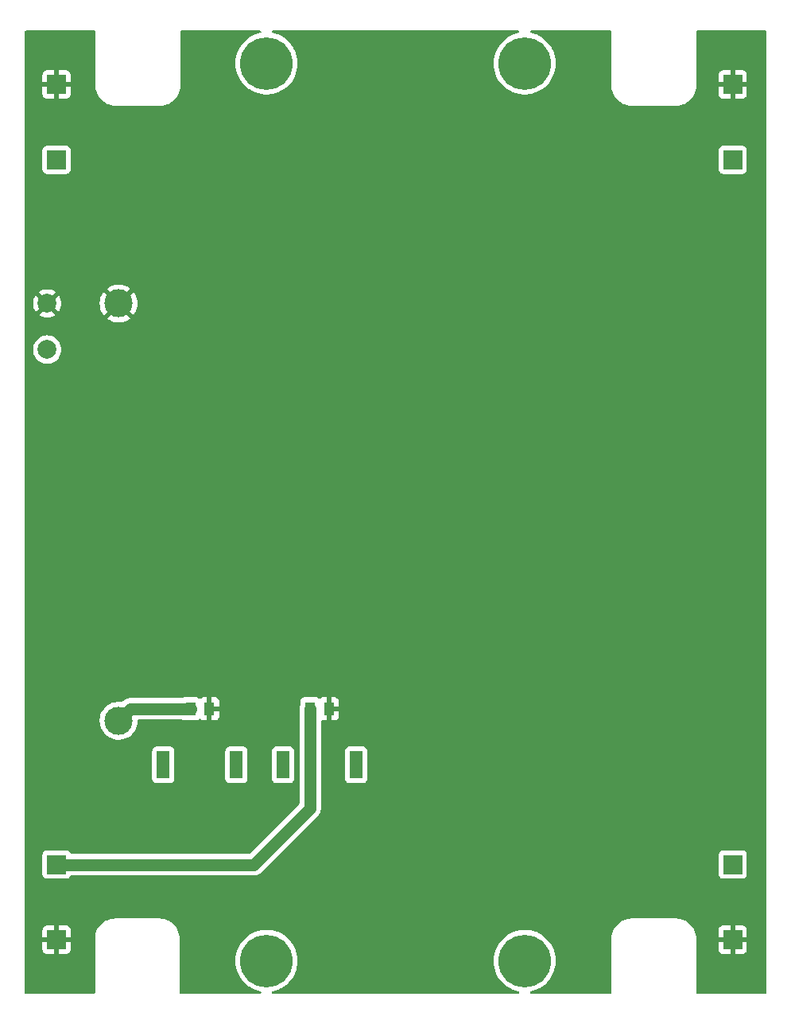
<source format=gbl>
G04 #@! TF.GenerationSoftware,KiCad,Pcbnew,(6.0.5-0)*
G04 #@! TF.CreationDate,2022-12-26T00:23:02-05:00*
G04 #@! TF.ProjectId,solar-cell-pcbs-burn-wire-vertical,736f6c61-722d-4636-956c-6c2d70636273,rev?*
G04 #@! TF.SameCoordinates,Original*
G04 #@! TF.FileFunction,Copper,L2,Bot*
G04 #@! TF.FilePolarity,Positive*
%FSLAX46Y46*%
G04 Gerber Fmt 4.6, Leading zero omitted, Abs format (unit mm)*
G04 Created by KiCad (PCBNEW (6.0.5-0)) date 2022-12-26 00:23:02*
%MOMM*%
%LPD*%
G01*
G04 APERTURE LIST*
G04 #@! TA.AperFunction,ComponentPad*
%ADD10R,2.000000X2.000000*%
G04 #@! TD*
G04 #@! TA.AperFunction,ComponentPad*
%ADD11C,2.000000*%
G04 #@! TD*
G04 #@! TA.AperFunction,ComponentPad*
%ADD12C,5.600000*%
G04 #@! TD*
G04 #@! TA.AperFunction,ComponentPad*
%ADD13C,3.000000*%
G04 #@! TD*
G04 #@! TA.AperFunction,SMDPad,CuDef*
%ADD14R,1.100000X1.450000*%
G04 #@! TD*
G04 #@! TA.AperFunction,SMDPad,CuDef*
%ADD15R,1.350000X2.899999*%
G04 #@! TD*
G04 #@! TA.AperFunction,ViaPad*
%ADD16C,0.800000*%
G04 #@! TD*
G04 #@! TA.AperFunction,Conductor*
%ADD17C,1.270000*%
G04 #@! TD*
G04 APERTURE END LIST*
D10*
X148000000Y-128000000D03*
D11*
X75000000Y-73200000D03*
D12*
X98350000Y-138250000D03*
D10*
X76000000Y-136000000D03*
D13*
X82600000Y-112700000D03*
D10*
X148000000Y-45000000D03*
D12*
X125850000Y-138250000D03*
D10*
X76000000Y-53000000D03*
D12*
X125850000Y-42750000D03*
D10*
X76000000Y-45000000D03*
X76000000Y-128000000D03*
D11*
X75000000Y-68300000D03*
D13*
X82600000Y-68300000D03*
D12*
X98350000Y-42750000D03*
D10*
X148000000Y-53000000D03*
X148000000Y-136000000D03*
D14*
X92253500Y-111425001D03*
X90253499Y-111425001D03*
D15*
X95148498Y-117400000D03*
X87358503Y-117400000D03*
D14*
X105000000Y-111425001D03*
X102999999Y-111425001D03*
D15*
X107894998Y-117400000D03*
X100105003Y-117400000D03*
D16*
X78650000Y-140100000D03*
X78425000Y-47300000D03*
X147875000Y-140275000D03*
X145525000Y-47200000D03*
X73725000Y-140100000D03*
X145550000Y-42600000D03*
X147875000Y-138275000D03*
X145475000Y-133675000D03*
X73525000Y-42700000D03*
X150400000Y-135875000D03*
X76000000Y-42700000D03*
X73500000Y-47300000D03*
X73675000Y-138100000D03*
X94100000Y-110375000D03*
X76125000Y-138100000D03*
X78650000Y-138100000D03*
X107000000Y-110350000D03*
X78450000Y-40700000D03*
X145550000Y-40600000D03*
X73750000Y-133500000D03*
X150375000Y-140275000D03*
X107025000Y-112000000D03*
X78675000Y-133500000D03*
X78500000Y-45100000D03*
X94050000Y-113450000D03*
X107025000Y-113550000D03*
X73525000Y-40700000D03*
X150475000Y-40600000D03*
X150400000Y-133675000D03*
X150375000Y-138275000D03*
X76025000Y-40700000D03*
X147900000Y-133675000D03*
X94100000Y-111775000D03*
X150525000Y-45000000D03*
X78500000Y-42700000D03*
X76025000Y-47300000D03*
X145525000Y-45000000D03*
X150525000Y-42600000D03*
X145450000Y-140275000D03*
X145400000Y-138275000D03*
X76150000Y-140100000D03*
X78675000Y-135700000D03*
X73675000Y-135700000D03*
X148050000Y-40600000D03*
X145400000Y-135875000D03*
X73500000Y-45100000D03*
X148050000Y-42600000D03*
X150450000Y-47200000D03*
X92375000Y-113475000D03*
X76175000Y-133500000D03*
X147975000Y-47225000D03*
X105275000Y-113575000D03*
D17*
X83874999Y-111425001D02*
X82600000Y-112700000D01*
X90253499Y-111425001D02*
X83874999Y-111425001D01*
X102999999Y-122000001D02*
X97000000Y-128000000D01*
X102999999Y-111425001D02*
X102999999Y-122000001D01*
X97000000Y-128000000D02*
X76000000Y-128000000D01*
G04 #@! TA.AperFunction,Conductor*
G36*
X80083621Y-39278502D02*
G01*
X80130114Y-39332158D01*
X80141500Y-39384500D01*
X80141500Y-45050633D01*
X80140000Y-45070018D01*
X80137690Y-45084851D01*
X80137690Y-45084855D01*
X80136309Y-45093724D01*
X80137474Y-45102631D01*
X80137470Y-45102927D01*
X80138185Y-45110417D01*
X80139780Y-45136780D01*
X80146972Y-45255671D01*
X80153322Y-45360654D01*
X80200392Y-45617507D01*
X80278079Y-45866814D01*
X80279641Y-45870284D01*
X80279643Y-45870290D01*
X80314689Y-45948158D01*
X80385250Y-46104938D01*
X80387219Y-46108195D01*
X80387221Y-46108199D01*
X80467805Y-46241500D01*
X80520343Y-46328409D01*
X80522684Y-46331397D01*
X80522686Y-46331400D01*
X80656425Y-46502105D01*
X80681387Y-46533966D01*
X80866034Y-46718613D01*
X81071591Y-46879657D01*
X81074845Y-46881624D01*
X81291801Y-47012779D01*
X81291805Y-47012781D01*
X81295062Y-47014750D01*
X81414124Y-47068335D01*
X81529710Y-47120357D01*
X81529716Y-47120359D01*
X81533186Y-47121921D01*
X81782493Y-47199608D01*
X82039346Y-47246678D01*
X82043140Y-47246908D01*
X82043144Y-47246908D01*
X82263220Y-47260221D01*
X82276509Y-47261736D01*
X82282649Y-47262769D01*
X82282652Y-47262769D01*
X82287448Y-47263576D01*
X82293826Y-47263654D01*
X82295140Y-47263670D01*
X82295143Y-47263670D01*
X82300000Y-47263729D01*
X82327624Y-47259773D01*
X82345486Y-47258500D01*
X86946750Y-47258500D01*
X86967655Y-47260246D01*
X86982656Y-47262770D01*
X86982659Y-47262770D01*
X86987448Y-47263576D01*
X86993687Y-47263652D01*
X86995140Y-47263670D01*
X86995143Y-47263670D01*
X87000000Y-47263729D01*
X87004810Y-47263040D01*
X87004812Y-47263040D01*
X87008000Y-47262583D01*
X87010420Y-47262237D01*
X87020668Y-47261195D01*
X87256856Y-47246908D01*
X87256860Y-47246907D01*
X87260654Y-47246678D01*
X87517507Y-47199608D01*
X87766814Y-47121921D01*
X87770284Y-47120359D01*
X87770290Y-47120357D01*
X87885876Y-47068336D01*
X88004938Y-47014750D01*
X88008195Y-47012781D01*
X88008199Y-47012779D01*
X88225155Y-46881624D01*
X88228409Y-46879657D01*
X88433966Y-46718613D01*
X88618613Y-46533966D01*
X88643575Y-46502105D01*
X88777314Y-46331400D01*
X88777316Y-46331397D01*
X88779657Y-46328409D01*
X88832195Y-46241500D01*
X88912779Y-46108199D01*
X88912781Y-46108195D01*
X88914750Y-46104938D01*
X88985311Y-45948158D01*
X89020357Y-45870290D01*
X89020359Y-45870284D01*
X89021921Y-45866814D01*
X89099608Y-45617507D01*
X89146678Y-45360654D01*
X89150455Y-45298219D01*
X89160221Y-45136780D01*
X89161736Y-45123491D01*
X89162769Y-45117351D01*
X89162769Y-45117348D01*
X89163576Y-45112552D01*
X89163729Y-45100000D01*
X89159773Y-45072376D01*
X89158500Y-45054514D01*
X89158500Y-39384500D01*
X89178502Y-39316379D01*
X89232158Y-39269886D01*
X89284500Y-39258500D01*
X97663413Y-39258500D01*
X97731534Y-39278502D01*
X97778027Y-39332158D01*
X97788131Y-39402432D01*
X97758637Y-39467012D01*
X97698911Y-39505396D01*
X97690257Y-39507608D01*
X97470117Y-39555606D01*
X97130271Y-39669317D01*
X97127178Y-39670739D01*
X97127177Y-39670740D01*
X97120974Y-39673593D01*
X96804694Y-39819066D01*
X96497193Y-40003101D01*
X96494467Y-40005163D01*
X96494465Y-40005164D01*
X96488620Y-40009585D01*
X96211367Y-40219270D01*
X95950559Y-40465043D01*
X95717819Y-40737546D01*
X95715900Y-40740358D01*
X95715897Y-40740363D01*
X95622624Y-40877097D01*
X95515871Y-41033591D01*
X95347077Y-41349714D01*
X95213411Y-41682218D01*
X95212491Y-41685492D01*
X95212489Y-41685497D01*
X95210332Y-41693173D01*
X95116437Y-42027213D01*
X95057290Y-42380663D01*
X95036661Y-42738434D01*
X95054792Y-43096340D01*
X95055329Y-43099695D01*
X95055330Y-43099701D01*
X95060316Y-43130828D01*
X95111470Y-43450195D01*
X95206033Y-43795859D01*
X95337374Y-44129288D01*
X95503957Y-44446582D01*
X95505858Y-44449411D01*
X95505864Y-44449421D01*
X95689569Y-44722800D01*
X95703834Y-44744029D01*
X95934665Y-45018150D01*
X96193751Y-45265738D01*
X96478061Y-45483897D01*
X96510056Y-45503350D01*
X96781355Y-45668303D01*
X96781360Y-45668306D01*
X96784270Y-45670075D01*
X96787358Y-45671521D01*
X96787357Y-45671521D01*
X97105710Y-45820649D01*
X97105720Y-45820653D01*
X97108794Y-45822093D01*
X97112012Y-45823195D01*
X97112015Y-45823196D01*
X97444615Y-45937071D01*
X97444623Y-45937073D01*
X97447838Y-45938174D01*
X97797435Y-46016959D01*
X97849728Y-46022917D01*
X98150114Y-46057142D01*
X98150122Y-46057142D01*
X98153497Y-46057527D01*
X98156901Y-46057545D01*
X98156904Y-46057545D01*
X98351227Y-46058562D01*
X98511857Y-46059403D01*
X98515243Y-46059053D01*
X98515245Y-46059053D01*
X98864932Y-46022917D01*
X98864941Y-46022916D01*
X98868324Y-46022566D01*
X98871657Y-46021852D01*
X98871660Y-46021851D01*
X99092811Y-45974440D01*
X99218727Y-45947446D01*
X99558968Y-45834922D01*
X99885066Y-45686311D01*
X100007252Y-45613762D01*
X100190262Y-45505099D01*
X100190267Y-45505096D01*
X100193207Y-45503350D01*
X100210434Y-45490416D01*
X100466415Y-45298219D01*
X100479786Y-45288180D01*
X100741451Y-45043319D01*
X100975140Y-44771630D01*
X101081750Y-44616512D01*
X101176190Y-44479101D01*
X101176195Y-44479094D01*
X101178120Y-44476292D01*
X101179732Y-44473298D01*
X101179737Y-44473290D01*
X101346395Y-44163772D01*
X101348017Y-44160760D01*
X101482842Y-43828724D01*
X101493142Y-43792568D01*
X101563186Y-43546676D01*
X101581020Y-43484070D01*
X101641401Y-43130828D01*
X101643511Y-43096340D01*
X101663168Y-42774928D01*
X101663278Y-42773131D01*
X101663359Y-42750000D01*
X101643979Y-42392159D01*
X101586066Y-42038505D01*
X101490297Y-41693173D01*
X101487243Y-41685497D01*
X101359052Y-41363369D01*
X101357793Y-41360205D01*
X101327768Y-41303498D01*
X101191702Y-41046513D01*
X101191698Y-41046506D01*
X101190103Y-41043494D01*
X100989190Y-40746746D01*
X100757403Y-40473432D01*
X100497454Y-40226750D01*
X100212384Y-40009585D01*
X100209472Y-40007828D01*
X100209467Y-40007825D01*
X99908443Y-39826236D01*
X99908437Y-39826233D01*
X99905528Y-39824478D01*
X99580475Y-39673593D01*
X99410752Y-39616145D01*
X99244255Y-39559789D01*
X99244250Y-39559788D01*
X99241028Y-39558697D01*
X99015896Y-39508786D01*
X99010154Y-39507513D01*
X98947978Y-39473241D01*
X98914200Y-39410794D01*
X98919546Y-39339999D01*
X98962318Y-39283333D01*
X99028936Y-39258786D01*
X99037426Y-39258500D01*
X125163413Y-39258500D01*
X125231534Y-39278502D01*
X125278027Y-39332158D01*
X125288131Y-39402432D01*
X125258637Y-39467012D01*
X125198911Y-39505396D01*
X125190257Y-39507608D01*
X124970117Y-39555606D01*
X124630271Y-39669317D01*
X124627178Y-39670739D01*
X124627177Y-39670740D01*
X124620974Y-39673593D01*
X124304694Y-39819066D01*
X123997193Y-40003101D01*
X123994467Y-40005163D01*
X123994465Y-40005164D01*
X123988620Y-40009585D01*
X123711367Y-40219270D01*
X123450559Y-40465043D01*
X123217819Y-40737546D01*
X123215900Y-40740358D01*
X123215897Y-40740363D01*
X123122624Y-40877097D01*
X123015871Y-41033591D01*
X122847077Y-41349714D01*
X122713411Y-41682218D01*
X122712491Y-41685492D01*
X122712489Y-41685497D01*
X122710332Y-41693173D01*
X122616437Y-42027213D01*
X122557290Y-42380663D01*
X122536661Y-42738434D01*
X122554792Y-43096340D01*
X122555329Y-43099695D01*
X122555330Y-43099701D01*
X122560316Y-43130828D01*
X122611470Y-43450195D01*
X122706033Y-43795859D01*
X122837374Y-44129288D01*
X123003957Y-44446582D01*
X123005858Y-44449411D01*
X123005864Y-44449421D01*
X123189569Y-44722800D01*
X123203834Y-44744029D01*
X123434665Y-45018150D01*
X123693751Y-45265738D01*
X123978061Y-45483897D01*
X124010056Y-45503350D01*
X124281355Y-45668303D01*
X124281360Y-45668306D01*
X124284270Y-45670075D01*
X124287358Y-45671521D01*
X124287357Y-45671521D01*
X124605710Y-45820649D01*
X124605720Y-45820653D01*
X124608794Y-45822093D01*
X124612012Y-45823195D01*
X124612015Y-45823196D01*
X124944615Y-45937071D01*
X124944623Y-45937073D01*
X124947838Y-45938174D01*
X125297435Y-46016959D01*
X125349728Y-46022917D01*
X125650114Y-46057142D01*
X125650122Y-46057142D01*
X125653497Y-46057527D01*
X125656901Y-46057545D01*
X125656904Y-46057545D01*
X125851227Y-46058562D01*
X126011857Y-46059403D01*
X126015243Y-46059053D01*
X126015245Y-46059053D01*
X126364932Y-46022917D01*
X126364941Y-46022916D01*
X126368324Y-46022566D01*
X126371657Y-46021852D01*
X126371660Y-46021851D01*
X126592811Y-45974440D01*
X126718727Y-45947446D01*
X127058968Y-45834922D01*
X127385066Y-45686311D01*
X127507252Y-45613762D01*
X127690262Y-45505099D01*
X127690267Y-45505096D01*
X127693207Y-45503350D01*
X127710434Y-45490416D01*
X127966415Y-45298219D01*
X127979786Y-45288180D01*
X128241451Y-45043319D01*
X128475140Y-44771630D01*
X128581750Y-44616512D01*
X128676190Y-44479101D01*
X128676195Y-44479094D01*
X128678120Y-44476292D01*
X128679732Y-44473298D01*
X128679737Y-44473290D01*
X128846395Y-44163772D01*
X128848017Y-44160760D01*
X128982842Y-43828724D01*
X128993142Y-43792568D01*
X129063186Y-43546676D01*
X129081020Y-43484070D01*
X129141401Y-43130828D01*
X129143511Y-43096340D01*
X129163168Y-42774928D01*
X129163278Y-42773131D01*
X129163359Y-42750000D01*
X129143979Y-42392159D01*
X129086066Y-42038505D01*
X128990297Y-41693173D01*
X128987243Y-41685497D01*
X128859052Y-41363369D01*
X128857793Y-41360205D01*
X128827768Y-41303498D01*
X128691702Y-41046513D01*
X128691698Y-41046506D01*
X128690103Y-41043494D01*
X128489190Y-40746746D01*
X128257403Y-40473432D01*
X127997454Y-40226750D01*
X127712384Y-40009585D01*
X127709472Y-40007828D01*
X127709467Y-40007825D01*
X127408443Y-39826236D01*
X127408437Y-39826233D01*
X127405528Y-39824478D01*
X127080475Y-39673593D01*
X126910752Y-39616145D01*
X126744255Y-39559789D01*
X126744250Y-39559788D01*
X126741028Y-39558697D01*
X126515896Y-39508786D01*
X126510154Y-39507513D01*
X126447978Y-39473241D01*
X126414200Y-39410794D01*
X126419546Y-39339999D01*
X126462318Y-39283333D01*
X126528936Y-39258786D01*
X126537426Y-39258500D01*
X134965500Y-39258500D01*
X135033621Y-39278502D01*
X135080114Y-39332158D01*
X135091500Y-39384500D01*
X135091500Y-45050633D01*
X135090000Y-45070018D01*
X135087690Y-45084851D01*
X135087690Y-45084855D01*
X135086309Y-45093724D01*
X135087474Y-45102631D01*
X135087470Y-45102927D01*
X135088185Y-45110417D01*
X135089780Y-45136780D01*
X135096972Y-45255671D01*
X135103322Y-45360654D01*
X135150392Y-45617507D01*
X135228079Y-45866814D01*
X135229641Y-45870284D01*
X135229643Y-45870290D01*
X135264689Y-45948158D01*
X135335250Y-46104938D01*
X135337219Y-46108195D01*
X135337221Y-46108199D01*
X135417805Y-46241500D01*
X135470343Y-46328409D01*
X135472684Y-46331397D01*
X135472686Y-46331400D01*
X135606425Y-46502105D01*
X135631387Y-46533966D01*
X135816034Y-46718613D01*
X136021591Y-46879657D01*
X136024845Y-46881624D01*
X136241801Y-47012779D01*
X136241805Y-47012781D01*
X136245062Y-47014750D01*
X136364124Y-47068335D01*
X136479710Y-47120357D01*
X136479716Y-47120359D01*
X136483186Y-47121921D01*
X136732493Y-47199608D01*
X136989346Y-47246678D01*
X136993140Y-47246908D01*
X136993144Y-47246908D01*
X137213220Y-47260221D01*
X137226509Y-47261736D01*
X137232649Y-47262769D01*
X137232652Y-47262769D01*
X137237448Y-47263576D01*
X137243826Y-47263654D01*
X137245140Y-47263670D01*
X137245143Y-47263670D01*
X137250000Y-47263729D01*
X137277624Y-47259773D01*
X137295486Y-47258500D01*
X141896750Y-47258500D01*
X141917655Y-47260246D01*
X141932656Y-47262770D01*
X141932659Y-47262770D01*
X141937448Y-47263576D01*
X141943687Y-47263652D01*
X141945140Y-47263670D01*
X141945143Y-47263670D01*
X141950000Y-47263729D01*
X141954810Y-47263040D01*
X141954812Y-47263040D01*
X141958000Y-47262583D01*
X141960420Y-47262237D01*
X141970668Y-47261195D01*
X142206856Y-47246908D01*
X142206860Y-47246907D01*
X142210654Y-47246678D01*
X142467507Y-47199608D01*
X142716814Y-47121921D01*
X142720284Y-47120359D01*
X142720290Y-47120357D01*
X142835876Y-47068336D01*
X142954938Y-47014750D01*
X142958195Y-47012781D01*
X142958199Y-47012779D01*
X143175155Y-46881624D01*
X143178409Y-46879657D01*
X143383966Y-46718613D01*
X143568613Y-46533966D01*
X143593575Y-46502105D01*
X143727314Y-46331400D01*
X143727316Y-46331397D01*
X143729657Y-46328409D01*
X143782195Y-46241500D01*
X143862779Y-46108199D01*
X143862781Y-46108195D01*
X143864750Y-46104938D01*
X143891875Y-46044669D01*
X146492001Y-46044669D01*
X146492371Y-46051490D01*
X146497895Y-46102352D01*
X146501521Y-46117604D01*
X146546676Y-46238054D01*
X146555214Y-46253649D01*
X146631715Y-46355724D01*
X146644276Y-46368285D01*
X146746351Y-46444786D01*
X146761946Y-46453324D01*
X146882394Y-46498478D01*
X146897649Y-46502105D01*
X146948514Y-46507631D01*
X146955328Y-46508000D01*
X147727885Y-46508000D01*
X147743124Y-46503525D01*
X147744329Y-46502135D01*
X147746000Y-46494452D01*
X147746000Y-46489884D01*
X148254000Y-46489884D01*
X148258475Y-46505123D01*
X148259865Y-46506328D01*
X148267548Y-46507999D01*
X149044669Y-46507999D01*
X149051490Y-46507629D01*
X149102352Y-46502105D01*
X149117604Y-46498479D01*
X149238054Y-46453324D01*
X149253649Y-46444786D01*
X149355724Y-46368285D01*
X149368285Y-46355724D01*
X149444786Y-46253649D01*
X149453324Y-46238054D01*
X149498478Y-46117606D01*
X149502105Y-46102351D01*
X149507631Y-46051486D01*
X149508000Y-46044672D01*
X149508000Y-45272115D01*
X149503525Y-45256876D01*
X149502135Y-45255671D01*
X149494452Y-45254000D01*
X148272115Y-45254000D01*
X148256876Y-45258475D01*
X148255671Y-45259865D01*
X148254000Y-45267548D01*
X148254000Y-46489884D01*
X147746000Y-46489884D01*
X147746000Y-45272115D01*
X147741525Y-45256876D01*
X147740135Y-45255671D01*
X147732452Y-45254000D01*
X146510116Y-45254000D01*
X146494877Y-45258475D01*
X146493672Y-45259865D01*
X146492001Y-45267548D01*
X146492001Y-46044669D01*
X143891875Y-46044669D01*
X143935311Y-45948158D01*
X143970357Y-45870290D01*
X143970359Y-45870284D01*
X143971921Y-45866814D01*
X144049608Y-45617507D01*
X144096678Y-45360654D01*
X144100455Y-45298219D01*
X144110221Y-45136780D01*
X144111736Y-45123491D01*
X144112769Y-45117351D01*
X144112769Y-45117348D01*
X144113576Y-45112552D01*
X144113729Y-45100000D01*
X144109773Y-45072376D01*
X144108500Y-45054514D01*
X144108500Y-44727885D01*
X146492000Y-44727885D01*
X146496475Y-44743124D01*
X146497865Y-44744329D01*
X146505548Y-44746000D01*
X147727885Y-44746000D01*
X147743124Y-44741525D01*
X147744329Y-44740135D01*
X147746000Y-44732452D01*
X147746000Y-44727885D01*
X148254000Y-44727885D01*
X148258475Y-44743124D01*
X148259865Y-44744329D01*
X148267548Y-44746000D01*
X149489884Y-44746000D01*
X149505123Y-44741525D01*
X149506328Y-44740135D01*
X149507999Y-44732452D01*
X149507999Y-43955331D01*
X149507629Y-43948510D01*
X149502105Y-43897648D01*
X149498479Y-43882396D01*
X149453324Y-43761946D01*
X149444786Y-43746351D01*
X149368285Y-43644276D01*
X149355724Y-43631715D01*
X149253649Y-43555214D01*
X149238054Y-43546676D01*
X149117606Y-43501522D01*
X149102351Y-43497895D01*
X149051486Y-43492369D01*
X149044672Y-43492000D01*
X148272115Y-43492000D01*
X148256876Y-43496475D01*
X148255671Y-43497865D01*
X148254000Y-43505548D01*
X148254000Y-44727885D01*
X147746000Y-44727885D01*
X147746000Y-43510116D01*
X147741525Y-43494877D01*
X147740135Y-43493672D01*
X147732452Y-43492001D01*
X146955331Y-43492001D01*
X146948510Y-43492371D01*
X146897648Y-43497895D01*
X146882396Y-43501521D01*
X146761946Y-43546676D01*
X146746351Y-43555214D01*
X146644276Y-43631715D01*
X146631715Y-43644276D01*
X146555214Y-43746351D01*
X146546676Y-43761946D01*
X146501522Y-43882394D01*
X146497895Y-43897649D01*
X146492369Y-43948514D01*
X146492000Y-43955328D01*
X146492000Y-44727885D01*
X144108500Y-44727885D01*
X144108500Y-39384500D01*
X144128502Y-39316379D01*
X144182158Y-39269886D01*
X144234500Y-39258500D01*
X151465500Y-39258500D01*
X151533621Y-39278502D01*
X151580114Y-39332158D01*
X151591500Y-39384500D01*
X151591500Y-141615500D01*
X151571498Y-141683621D01*
X151517842Y-141730114D01*
X151465500Y-141741500D01*
X144234500Y-141741500D01*
X144166379Y-141721498D01*
X144119886Y-141667842D01*
X144108500Y-141615500D01*
X144108500Y-137044669D01*
X146492001Y-137044669D01*
X146492371Y-137051490D01*
X146497895Y-137102352D01*
X146501521Y-137117604D01*
X146546676Y-137238054D01*
X146555214Y-137253649D01*
X146631715Y-137355724D01*
X146644276Y-137368285D01*
X146746351Y-137444786D01*
X146761946Y-137453324D01*
X146882394Y-137498478D01*
X146897649Y-137502105D01*
X146948514Y-137507631D01*
X146955328Y-137508000D01*
X147727885Y-137508000D01*
X147743124Y-137503525D01*
X147744329Y-137502135D01*
X147746000Y-137494452D01*
X147746000Y-137489884D01*
X148254000Y-137489884D01*
X148258475Y-137505123D01*
X148259865Y-137506328D01*
X148267548Y-137507999D01*
X149044669Y-137507999D01*
X149051490Y-137507629D01*
X149102352Y-137502105D01*
X149117604Y-137498479D01*
X149238054Y-137453324D01*
X149253649Y-137444786D01*
X149355724Y-137368285D01*
X149368285Y-137355724D01*
X149444786Y-137253649D01*
X149453324Y-137238054D01*
X149498478Y-137117606D01*
X149502105Y-137102351D01*
X149507631Y-137051486D01*
X149508000Y-137044672D01*
X149508000Y-136272115D01*
X149503525Y-136256876D01*
X149502135Y-136255671D01*
X149494452Y-136254000D01*
X148272115Y-136254000D01*
X148256876Y-136258475D01*
X148255671Y-136259865D01*
X148254000Y-136267548D01*
X148254000Y-137489884D01*
X147746000Y-137489884D01*
X147746000Y-136272115D01*
X147741525Y-136256876D01*
X147740135Y-136255671D01*
X147732452Y-136254000D01*
X146510116Y-136254000D01*
X146494877Y-136258475D01*
X146493672Y-136259865D01*
X146492001Y-136267548D01*
X146492001Y-137044669D01*
X144108500Y-137044669D01*
X144108500Y-135953250D01*
X144110246Y-135932345D01*
X144112770Y-135917344D01*
X144112770Y-135917341D01*
X144113576Y-135912552D01*
X144113729Y-135900000D01*
X144112237Y-135889580D01*
X144111195Y-135879332D01*
X144102034Y-135727885D01*
X146492000Y-135727885D01*
X146496475Y-135743124D01*
X146497865Y-135744329D01*
X146505548Y-135746000D01*
X147727885Y-135746000D01*
X147743124Y-135741525D01*
X147744329Y-135740135D01*
X147746000Y-135732452D01*
X147746000Y-135727885D01*
X148254000Y-135727885D01*
X148258475Y-135743124D01*
X148259865Y-135744329D01*
X148267548Y-135746000D01*
X149489884Y-135746000D01*
X149505123Y-135741525D01*
X149506328Y-135740135D01*
X149507999Y-135732452D01*
X149507999Y-134955331D01*
X149507629Y-134948510D01*
X149502105Y-134897648D01*
X149498479Y-134882396D01*
X149453324Y-134761946D01*
X149444786Y-134746351D01*
X149368285Y-134644276D01*
X149355724Y-134631715D01*
X149253649Y-134555214D01*
X149238054Y-134546676D01*
X149117606Y-134501522D01*
X149102351Y-134497895D01*
X149051486Y-134492369D01*
X149044672Y-134492000D01*
X148272115Y-134492000D01*
X148256876Y-134496475D01*
X148255671Y-134497865D01*
X148254000Y-134505548D01*
X148254000Y-135727885D01*
X147746000Y-135727885D01*
X147746000Y-134510116D01*
X147741525Y-134494877D01*
X147740135Y-134493672D01*
X147732452Y-134492001D01*
X146955331Y-134492001D01*
X146948510Y-134492371D01*
X146897648Y-134497895D01*
X146882396Y-134501521D01*
X146761946Y-134546676D01*
X146746351Y-134555214D01*
X146644276Y-134631715D01*
X146631715Y-134644276D01*
X146555214Y-134746351D01*
X146546676Y-134761946D01*
X146501522Y-134882394D01*
X146497895Y-134897649D01*
X146492369Y-134948514D01*
X146492000Y-134955328D01*
X146492000Y-135727885D01*
X144102034Y-135727885D01*
X144096908Y-135643144D01*
X144096907Y-135643140D01*
X144096678Y-135639346D01*
X144049608Y-135382493D01*
X143971921Y-135133186D01*
X143864750Y-134895062D01*
X143783255Y-134760252D01*
X143731624Y-134674845D01*
X143729657Y-134671591D01*
X143638482Y-134555214D01*
X143570966Y-134469037D01*
X143570963Y-134469034D01*
X143568613Y-134466034D01*
X143383966Y-134281387D01*
X143178409Y-134120343D01*
X143121679Y-134086049D01*
X142958199Y-133987221D01*
X142958195Y-133987219D01*
X142954938Y-133985250D01*
X142835876Y-133931664D01*
X142720290Y-133879643D01*
X142720284Y-133879641D01*
X142716814Y-133878079D01*
X142467507Y-133800392D01*
X142210654Y-133753322D01*
X142206860Y-133753092D01*
X142206856Y-133753092D01*
X141986780Y-133739779D01*
X141973491Y-133738264D01*
X141967351Y-133737231D01*
X141967348Y-133737231D01*
X141962552Y-133736424D01*
X141956174Y-133736346D01*
X141954860Y-133736330D01*
X141954857Y-133736330D01*
X141950000Y-133736271D01*
X141925679Y-133739754D01*
X141922376Y-133740227D01*
X141904514Y-133741500D01*
X137303250Y-133741500D01*
X137282345Y-133739754D01*
X137267344Y-133737230D01*
X137267341Y-133737230D01*
X137262552Y-133736424D01*
X137256313Y-133736348D01*
X137254860Y-133736330D01*
X137254857Y-133736330D01*
X137250000Y-133736271D01*
X137245190Y-133736960D01*
X137245188Y-133736960D01*
X137242000Y-133737417D01*
X137239580Y-133737763D01*
X137229332Y-133738805D01*
X136993144Y-133753092D01*
X136993140Y-133753093D01*
X136989346Y-133753322D01*
X136732493Y-133800392D01*
X136483186Y-133878079D01*
X136479716Y-133879641D01*
X136479710Y-133879643D01*
X136364124Y-133931664D01*
X136245062Y-133985250D01*
X136241805Y-133987219D01*
X136241801Y-133987221D01*
X136078321Y-134086049D01*
X136021591Y-134120343D01*
X135816034Y-134281387D01*
X135631387Y-134466034D01*
X135629037Y-134469034D01*
X135629034Y-134469037D01*
X135561519Y-134555214D01*
X135470343Y-134671591D01*
X135468376Y-134674845D01*
X135416746Y-134760252D01*
X135335250Y-134895062D01*
X135228079Y-135133186D01*
X135150392Y-135382493D01*
X135103322Y-135639346D01*
X135103093Y-135643140D01*
X135103092Y-135643144D01*
X135089325Y-135870735D01*
X135088056Y-135882505D01*
X135086309Y-135893724D01*
X135087473Y-135902626D01*
X135087473Y-135902628D01*
X135090436Y-135925283D01*
X135091500Y-135941621D01*
X135091500Y-141615500D01*
X135071498Y-141683621D01*
X135017842Y-141730114D01*
X134965500Y-141741500D01*
X126535919Y-141741500D01*
X126467798Y-141721498D01*
X126421305Y-141667842D01*
X126411201Y-141597568D01*
X126440695Y-141532988D01*
X126500421Y-141494604D01*
X126509507Y-141492299D01*
X126558678Y-141481758D01*
X126718727Y-141447446D01*
X127058968Y-141334922D01*
X127385066Y-141186311D01*
X127479052Y-141130506D01*
X127690262Y-141005099D01*
X127690267Y-141005096D01*
X127693207Y-141003350D01*
X127979786Y-140788180D01*
X128241451Y-140543319D01*
X128475140Y-140271630D01*
X128581750Y-140116512D01*
X128676190Y-139979101D01*
X128676195Y-139979094D01*
X128678120Y-139976292D01*
X128679732Y-139973298D01*
X128679737Y-139973290D01*
X128846395Y-139663772D01*
X128848017Y-139660760D01*
X128982842Y-139328724D01*
X128993142Y-139292568D01*
X129013527Y-139221006D01*
X129081020Y-138984070D01*
X129141401Y-138630828D01*
X129143511Y-138596340D01*
X129163168Y-138274928D01*
X129163278Y-138273131D01*
X129163359Y-138250000D01*
X129143979Y-137892159D01*
X129086066Y-137538505D01*
X128990297Y-137193173D01*
X128987243Y-137185497D01*
X128859052Y-136863369D01*
X128857793Y-136860205D01*
X128827768Y-136803498D01*
X128691702Y-136546513D01*
X128691698Y-136546506D01*
X128690103Y-136543494D01*
X128489190Y-136246746D01*
X128257403Y-135973432D01*
X127997454Y-135726750D01*
X127712384Y-135509585D01*
X127709472Y-135507828D01*
X127709467Y-135507825D01*
X127408443Y-135326236D01*
X127408437Y-135326233D01*
X127405528Y-135324478D01*
X127080475Y-135173593D01*
X126910752Y-135116145D01*
X126744255Y-135059789D01*
X126744250Y-135059788D01*
X126741028Y-135058697D01*
X126542681Y-135014724D01*
X126394493Y-134981871D01*
X126394487Y-134981870D01*
X126391158Y-134981132D01*
X126387769Y-134980758D01*
X126387764Y-134980757D01*
X126038338Y-134942180D01*
X126038333Y-134942180D01*
X126034957Y-134941807D01*
X126031558Y-134941801D01*
X126031557Y-134941801D01*
X125862080Y-134941505D01*
X125676592Y-134941182D01*
X125563413Y-134953277D01*
X125323639Y-134978901D01*
X125323631Y-134978902D01*
X125320256Y-134979263D01*
X124970117Y-135055606D01*
X124630271Y-135169317D01*
X124627178Y-135170739D01*
X124627177Y-135170740D01*
X124620974Y-135173593D01*
X124304694Y-135319066D01*
X124301760Y-135320822D01*
X124301758Y-135320823D01*
X124287678Y-135329250D01*
X123997193Y-135503101D01*
X123994467Y-135505163D01*
X123994465Y-135505164D01*
X123734492Y-135701781D01*
X123711367Y-135719270D01*
X123708882Y-135721612D01*
X123708877Y-135721616D01*
X123611626Y-135813261D01*
X123450559Y-135965043D01*
X123217819Y-136237546D01*
X123215900Y-136240358D01*
X123215897Y-136240363D01*
X123122624Y-136377097D01*
X123015871Y-136533591D01*
X122847077Y-136849714D01*
X122713411Y-137182218D01*
X122712491Y-137185492D01*
X122712489Y-137185497D01*
X122621838Y-137508000D01*
X122616437Y-137527213D01*
X122557290Y-137880663D01*
X122536661Y-138238434D01*
X122554792Y-138596340D01*
X122555329Y-138599695D01*
X122555330Y-138599701D01*
X122560316Y-138630828D01*
X122611470Y-138950195D01*
X122706033Y-139295859D01*
X122837374Y-139629288D01*
X123003957Y-139946582D01*
X123005858Y-139949411D01*
X123005864Y-139949421D01*
X123189569Y-140222800D01*
X123203834Y-140244029D01*
X123434665Y-140518150D01*
X123693751Y-140765738D01*
X123978061Y-140983897D01*
X124010056Y-141003350D01*
X124281355Y-141168303D01*
X124281360Y-141168306D01*
X124284270Y-141170075D01*
X124287358Y-141171521D01*
X124287357Y-141171521D01*
X124605710Y-141320649D01*
X124605720Y-141320653D01*
X124608794Y-141322093D01*
X124612012Y-141323195D01*
X124612015Y-141323196D01*
X124944615Y-141437071D01*
X124944623Y-141437073D01*
X124947838Y-141438174D01*
X124951166Y-141438924D01*
X125189270Y-141492583D01*
X125251326Y-141527071D01*
X125284886Y-141589636D01*
X125279293Y-141660412D01*
X125236324Y-141716928D01*
X125169620Y-141741243D01*
X125161569Y-141741500D01*
X99035919Y-141741500D01*
X98967798Y-141721498D01*
X98921305Y-141667842D01*
X98911201Y-141597568D01*
X98940695Y-141532988D01*
X99000421Y-141494604D01*
X99009507Y-141492299D01*
X99058678Y-141481758D01*
X99218727Y-141447446D01*
X99558968Y-141334922D01*
X99885066Y-141186311D01*
X99979052Y-141130506D01*
X100190262Y-141005099D01*
X100190267Y-141005096D01*
X100193207Y-141003350D01*
X100479786Y-140788180D01*
X100741451Y-140543319D01*
X100975140Y-140271630D01*
X101081750Y-140116512D01*
X101176190Y-139979101D01*
X101176195Y-139979094D01*
X101178120Y-139976292D01*
X101179732Y-139973298D01*
X101179737Y-139973290D01*
X101346395Y-139663772D01*
X101348017Y-139660760D01*
X101482842Y-139328724D01*
X101493142Y-139292568D01*
X101513527Y-139221006D01*
X101581020Y-138984070D01*
X101641401Y-138630828D01*
X101643511Y-138596340D01*
X101663168Y-138274928D01*
X101663278Y-138273131D01*
X101663359Y-138250000D01*
X101643979Y-137892159D01*
X101586066Y-137538505D01*
X101490297Y-137193173D01*
X101487243Y-137185497D01*
X101359052Y-136863369D01*
X101357793Y-136860205D01*
X101327768Y-136803498D01*
X101191702Y-136546513D01*
X101191698Y-136546506D01*
X101190103Y-136543494D01*
X100989190Y-136246746D01*
X100757403Y-135973432D01*
X100497454Y-135726750D01*
X100212384Y-135509585D01*
X100209472Y-135507828D01*
X100209467Y-135507825D01*
X99908443Y-135326236D01*
X99908437Y-135326233D01*
X99905528Y-135324478D01*
X99580475Y-135173593D01*
X99410752Y-135116145D01*
X99244255Y-135059789D01*
X99244250Y-135059788D01*
X99241028Y-135058697D01*
X99042681Y-135014724D01*
X98894493Y-134981871D01*
X98894487Y-134981870D01*
X98891158Y-134981132D01*
X98887769Y-134980758D01*
X98887764Y-134980757D01*
X98538338Y-134942180D01*
X98538333Y-134942180D01*
X98534957Y-134941807D01*
X98531558Y-134941801D01*
X98531557Y-134941801D01*
X98362080Y-134941505D01*
X98176592Y-134941182D01*
X98063413Y-134953277D01*
X97823639Y-134978901D01*
X97823631Y-134978902D01*
X97820256Y-134979263D01*
X97470117Y-135055606D01*
X97130271Y-135169317D01*
X97127178Y-135170739D01*
X97127177Y-135170740D01*
X97120974Y-135173593D01*
X96804694Y-135319066D01*
X96801760Y-135320822D01*
X96801758Y-135320823D01*
X96787678Y-135329250D01*
X96497193Y-135503101D01*
X96494467Y-135505163D01*
X96494465Y-135505164D01*
X96234492Y-135701781D01*
X96211367Y-135719270D01*
X96208882Y-135721612D01*
X96208877Y-135721616D01*
X96111626Y-135813261D01*
X95950559Y-135965043D01*
X95717819Y-136237546D01*
X95715900Y-136240358D01*
X95715897Y-136240363D01*
X95622624Y-136377097D01*
X95515871Y-136533591D01*
X95347077Y-136849714D01*
X95213411Y-137182218D01*
X95212491Y-137185492D01*
X95212489Y-137185497D01*
X95121838Y-137508000D01*
X95116437Y-137527213D01*
X95057290Y-137880663D01*
X95036661Y-138238434D01*
X95054792Y-138596340D01*
X95055329Y-138599695D01*
X95055330Y-138599701D01*
X95060316Y-138630828D01*
X95111470Y-138950195D01*
X95206033Y-139295859D01*
X95337374Y-139629288D01*
X95503957Y-139946582D01*
X95505858Y-139949411D01*
X95505864Y-139949421D01*
X95689569Y-140222800D01*
X95703834Y-140244029D01*
X95934665Y-140518150D01*
X96193751Y-140765738D01*
X96478061Y-140983897D01*
X96510056Y-141003350D01*
X96781355Y-141168303D01*
X96781360Y-141168306D01*
X96784270Y-141170075D01*
X96787358Y-141171521D01*
X96787357Y-141171521D01*
X97105710Y-141320649D01*
X97105720Y-141320653D01*
X97108794Y-141322093D01*
X97112012Y-141323195D01*
X97112015Y-141323196D01*
X97444615Y-141437071D01*
X97444623Y-141437073D01*
X97447838Y-141438174D01*
X97451166Y-141438924D01*
X97689270Y-141492583D01*
X97751326Y-141527071D01*
X97784886Y-141589636D01*
X97779293Y-141660412D01*
X97736324Y-141716928D01*
X97669620Y-141741243D01*
X97661569Y-141741500D01*
X89234500Y-141741500D01*
X89166379Y-141721498D01*
X89119886Y-141667842D01*
X89108500Y-141615500D01*
X89108500Y-135953250D01*
X89110246Y-135932345D01*
X89112770Y-135917344D01*
X89112770Y-135917341D01*
X89113576Y-135912552D01*
X89113729Y-135900000D01*
X89112237Y-135889580D01*
X89111195Y-135879332D01*
X89096908Y-135643144D01*
X89096907Y-135643140D01*
X89096678Y-135639346D01*
X89049608Y-135382493D01*
X88971921Y-135133186D01*
X88864750Y-134895062D01*
X88783255Y-134760252D01*
X88731624Y-134674845D01*
X88729657Y-134671591D01*
X88638482Y-134555214D01*
X88570966Y-134469037D01*
X88570963Y-134469034D01*
X88568613Y-134466034D01*
X88383966Y-134281387D01*
X88178409Y-134120343D01*
X88121679Y-134086049D01*
X87958199Y-133987221D01*
X87958195Y-133987219D01*
X87954938Y-133985250D01*
X87835876Y-133931664D01*
X87720290Y-133879643D01*
X87720284Y-133879641D01*
X87716814Y-133878079D01*
X87467507Y-133800392D01*
X87210654Y-133753322D01*
X87206860Y-133753092D01*
X87206856Y-133753092D01*
X86986780Y-133739779D01*
X86973491Y-133738264D01*
X86967351Y-133737231D01*
X86967348Y-133737231D01*
X86962552Y-133736424D01*
X86956174Y-133736346D01*
X86954860Y-133736330D01*
X86954857Y-133736330D01*
X86950000Y-133736271D01*
X86925679Y-133739754D01*
X86922376Y-133740227D01*
X86904514Y-133741500D01*
X82303250Y-133741500D01*
X82282345Y-133739754D01*
X82267344Y-133737230D01*
X82267341Y-133737230D01*
X82262552Y-133736424D01*
X82256313Y-133736348D01*
X82254860Y-133736330D01*
X82254857Y-133736330D01*
X82250000Y-133736271D01*
X82245190Y-133736960D01*
X82245188Y-133736960D01*
X82242000Y-133737417D01*
X82239580Y-133737763D01*
X82229332Y-133738805D01*
X81993144Y-133753092D01*
X81993140Y-133753093D01*
X81989346Y-133753322D01*
X81732493Y-133800392D01*
X81483186Y-133878079D01*
X81479716Y-133879641D01*
X81479710Y-133879643D01*
X81364124Y-133931664D01*
X81245062Y-133985250D01*
X81241805Y-133987219D01*
X81241801Y-133987221D01*
X81078321Y-134086049D01*
X81021591Y-134120343D01*
X80816034Y-134281387D01*
X80631387Y-134466034D01*
X80629037Y-134469034D01*
X80629034Y-134469037D01*
X80561519Y-134555214D01*
X80470343Y-134671591D01*
X80468376Y-134674845D01*
X80416746Y-134760252D01*
X80335250Y-134895062D01*
X80228079Y-135133186D01*
X80150392Y-135382493D01*
X80103322Y-135639346D01*
X80103093Y-135643140D01*
X80103092Y-135643144D01*
X80089325Y-135870735D01*
X80088056Y-135882505D01*
X80086309Y-135893724D01*
X80087473Y-135902626D01*
X80087473Y-135902628D01*
X80090436Y-135925283D01*
X80091500Y-135941621D01*
X80091500Y-141615500D01*
X80071498Y-141683621D01*
X80017842Y-141730114D01*
X79965500Y-141741500D01*
X72734500Y-141741500D01*
X72666379Y-141721498D01*
X72619886Y-141667842D01*
X72608500Y-141615500D01*
X72608500Y-137044669D01*
X74492001Y-137044669D01*
X74492371Y-137051490D01*
X74497895Y-137102352D01*
X74501521Y-137117604D01*
X74546676Y-137238054D01*
X74555214Y-137253649D01*
X74631715Y-137355724D01*
X74644276Y-137368285D01*
X74746351Y-137444786D01*
X74761946Y-137453324D01*
X74882394Y-137498478D01*
X74897649Y-137502105D01*
X74948514Y-137507631D01*
X74955328Y-137508000D01*
X75727885Y-137508000D01*
X75743124Y-137503525D01*
X75744329Y-137502135D01*
X75746000Y-137494452D01*
X75746000Y-137489884D01*
X76254000Y-137489884D01*
X76258475Y-137505123D01*
X76259865Y-137506328D01*
X76267548Y-137507999D01*
X77044669Y-137507999D01*
X77051490Y-137507629D01*
X77102352Y-137502105D01*
X77117604Y-137498479D01*
X77238054Y-137453324D01*
X77253649Y-137444786D01*
X77355724Y-137368285D01*
X77368285Y-137355724D01*
X77444786Y-137253649D01*
X77453324Y-137238054D01*
X77498478Y-137117606D01*
X77502105Y-137102351D01*
X77507631Y-137051486D01*
X77508000Y-137044672D01*
X77508000Y-136272115D01*
X77503525Y-136256876D01*
X77502135Y-136255671D01*
X77494452Y-136254000D01*
X76272115Y-136254000D01*
X76256876Y-136258475D01*
X76255671Y-136259865D01*
X76254000Y-136267548D01*
X76254000Y-137489884D01*
X75746000Y-137489884D01*
X75746000Y-136272115D01*
X75741525Y-136256876D01*
X75740135Y-136255671D01*
X75732452Y-136254000D01*
X74510116Y-136254000D01*
X74494877Y-136258475D01*
X74493672Y-136259865D01*
X74492001Y-136267548D01*
X74492001Y-137044669D01*
X72608500Y-137044669D01*
X72608500Y-135727885D01*
X74492000Y-135727885D01*
X74496475Y-135743124D01*
X74497865Y-135744329D01*
X74505548Y-135746000D01*
X75727885Y-135746000D01*
X75743124Y-135741525D01*
X75744329Y-135740135D01*
X75746000Y-135732452D01*
X75746000Y-135727885D01*
X76254000Y-135727885D01*
X76258475Y-135743124D01*
X76259865Y-135744329D01*
X76267548Y-135746000D01*
X77489884Y-135746000D01*
X77505123Y-135741525D01*
X77506328Y-135740135D01*
X77507999Y-135732452D01*
X77507999Y-134955331D01*
X77507629Y-134948510D01*
X77502105Y-134897648D01*
X77498479Y-134882396D01*
X77453324Y-134761946D01*
X77444786Y-134746351D01*
X77368285Y-134644276D01*
X77355724Y-134631715D01*
X77253649Y-134555214D01*
X77238054Y-134546676D01*
X77117606Y-134501522D01*
X77102351Y-134497895D01*
X77051486Y-134492369D01*
X77044672Y-134492000D01*
X76272115Y-134492000D01*
X76256876Y-134496475D01*
X76255671Y-134497865D01*
X76254000Y-134505548D01*
X76254000Y-135727885D01*
X75746000Y-135727885D01*
X75746000Y-134510116D01*
X75741525Y-134494877D01*
X75740135Y-134493672D01*
X75732452Y-134492001D01*
X74955331Y-134492001D01*
X74948510Y-134492371D01*
X74897648Y-134497895D01*
X74882396Y-134501521D01*
X74761946Y-134546676D01*
X74746351Y-134555214D01*
X74644276Y-134631715D01*
X74631715Y-134644276D01*
X74555214Y-134746351D01*
X74546676Y-134761946D01*
X74501522Y-134882394D01*
X74497895Y-134897649D01*
X74492369Y-134948514D01*
X74492000Y-134955328D01*
X74492000Y-135727885D01*
X72608500Y-135727885D01*
X72608500Y-129048134D01*
X74491500Y-129048134D01*
X74498255Y-129110316D01*
X74549385Y-129246705D01*
X74636739Y-129363261D01*
X74753295Y-129450615D01*
X74889684Y-129501745D01*
X74951866Y-129508500D01*
X77048134Y-129508500D01*
X77110316Y-129501745D01*
X77246705Y-129450615D01*
X77363261Y-129363261D01*
X77450615Y-129246705D01*
X77453769Y-129238293D01*
X77458652Y-129225269D01*
X77501294Y-129168505D01*
X77567856Y-129143806D01*
X77576633Y-129143500D01*
X96957195Y-129143500D01*
X96965436Y-129143770D01*
X97030061Y-129148006D01*
X97117973Y-129137601D01*
X97121186Y-129137264D01*
X97209279Y-129129169D01*
X97214839Y-129127601D01*
X97218412Y-129126939D01*
X97229415Y-129124750D01*
X97233028Y-129123982D01*
X97238765Y-129123303D01*
X97323276Y-129097062D01*
X97326373Y-129096146D01*
X97411549Y-129072123D01*
X97416737Y-129069565D01*
X97420188Y-129068240D01*
X97430566Y-129064099D01*
X97433953Y-129062696D01*
X97439473Y-129060982D01*
X97463893Y-129048134D01*
X146491500Y-129048134D01*
X146498255Y-129110316D01*
X146549385Y-129246705D01*
X146636739Y-129363261D01*
X146753295Y-129450615D01*
X146889684Y-129501745D01*
X146951866Y-129508500D01*
X149048134Y-129508500D01*
X149110316Y-129501745D01*
X149246705Y-129450615D01*
X149363261Y-129363261D01*
X149450615Y-129246705D01*
X149501745Y-129110316D01*
X149508500Y-129048134D01*
X149508500Y-126951866D01*
X149501745Y-126889684D01*
X149450615Y-126753295D01*
X149363261Y-126636739D01*
X149246705Y-126549385D01*
X149110316Y-126498255D01*
X149048134Y-126491500D01*
X146951866Y-126491500D01*
X146889684Y-126498255D01*
X146753295Y-126549385D01*
X146636739Y-126636739D01*
X146549385Y-126753295D01*
X146498255Y-126889684D01*
X146491500Y-126951866D01*
X146491500Y-129048134D01*
X97463893Y-129048134D01*
X97517746Y-129019801D01*
X97520682Y-129018305D01*
X97600037Y-128979171D01*
X97604668Y-128975713D01*
X97607871Y-128973750D01*
X97617258Y-128967827D01*
X97620351Y-128965818D01*
X97625463Y-128963129D01*
X97694956Y-128908344D01*
X97697526Y-128906373D01*
X97763801Y-128856884D01*
X97763808Y-128856877D01*
X97768429Y-128853427D01*
X97824263Y-128793026D01*
X97827692Y-128789461D01*
X103778303Y-122838850D01*
X103784321Y-122833213D01*
X103833018Y-122790507D01*
X103887797Y-122721019D01*
X103889875Y-122718454D01*
X103942733Y-122654901D01*
X103942737Y-122654896D01*
X103946425Y-122650461D01*
X103949244Y-122645427D01*
X103951313Y-122642417D01*
X103957507Y-122633147D01*
X103959550Y-122630002D01*
X103963127Y-122625464D01*
X104004317Y-122547175D01*
X104005886Y-122544285D01*
X104046290Y-122472140D01*
X104046291Y-122472138D01*
X104049114Y-122467097D01*
X104050971Y-122461625D01*
X104052485Y-122458225D01*
X104056872Y-122448014D01*
X104058294Y-122444580D01*
X104060981Y-122439474D01*
X104087211Y-122355002D01*
X104088230Y-122351866D01*
X104114812Y-122273556D01*
X104116668Y-122268089D01*
X104117497Y-122262376D01*
X104118340Y-122258863D01*
X104120832Y-122247850D01*
X104121590Y-122244283D01*
X104123303Y-122238767D01*
X104133705Y-122150883D01*
X104134133Y-122147632D01*
X104146824Y-122060104D01*
X104143596Y-121977947D01*
X104143499Y-121973000D01*
X104143499Y-118898133D01*
X106711498Y-118898133D01*
X106718253Y-118960315D01*
X106769383Y-119096704D01*
X106856737Y-119213260D01*
X106973293Y-119300614D01*
X107109682Y-119351744D01*
X107171864Y-119358499D01*
X108618132Y-119358499D01*
X108680314Y-119351744D01*
X108816703Y-119300614D01*
X108933259Y-119213260D01*
X109020613Y-119096704D01*
X109071743Y-118960315D01*
X109078498Y-118898133D01*
X109078498Y-115901867D01*
X109071743Y-115839685D01*
X109020613Y-115703296D01*
X108933259Y-115586740D01*
X108816703Y-115499386D01*
X108680314Y-115448256D01*
X108618132Y-115441501D01*
X107171864Y-115441501D01*
X107109682Y-115448256D01*
X106973293Y-115499386D01*
X106856737Y-115586740D01*
X106769383Y-115703296D01*
X106718253Y-115839685D01*
X106711498Y-115901867D01*
X106711498Y-118898133D01*
X104143499Y-118898133D01*
X104143499Y-112759464D01*
X104163501Y-112691343D01*
X104217157Y-112644850D01*
X104287431Y-112634746D01*
X104313729Y-112641482D01*
X104332394Y-112648479D01*
X104347649Y-112652106D01*
X104398514Y-112657632D01*
X104405328Y-112658001D01*
X104727885Y-112658001D01*
X104743124Y-112653526D01*
X104744329Y-112652136D01*
X104746000Y-112644453D01*
X104746000Y-112639885D01*
X105254000Y-112639885D01*
X105258475Y-112655124D01*
X105259865Y-112656329D01*
X105267548Y-112658000D01*
X105594669Y-112658000D01*
X105601490Y-112657630D01*
X105652352Y-112652106D01*
X105667604Y-112648480D01*
X105788054Y-112603325D01*
X105803649Y-112594787D01*
X105905724Y-112518286D01*
X105918285Y-112505725D01*
X105994786Y-112403650D01*
X106003324Y-112388055D01*
X106048478Y-112267607D01*
X106052105Y-112252352D01*
X106057631Y-112201487D01*
X106058000Y-112194673D01*
X106058000Y-111697116D01*
X106053525Y-111681877D01*
X106052135Y-111680672D01*
X106044452Y-111679001D01*
X105272115Y-111679001D01*
X105256876Y-111683476D01*
X105255671Y-111684866D01*
X105254000Y-111692549D01*
X105254000Y-112639885D01*
X104746000Y-112639885D01*
X104746000Y-111152886D01*
X105254000Y-111152886D01*
X105258475Y-111168125D01*
X105259865Y-111169330D01*
X105267548Y-111171001D01*
X106039884Y-111171001D01*
X106055123Y-111166526D01*
X106056328Y-111165136D01*
X106057999Y-111157453D01*
X106057999Y-110655332D01*
X106057629Y-110648511D01*
X106052105Y-110597649D01*
X106048479Y-110582397D01*
X106003324Y-110461947D01*
X105994786Y-110446352D01*
X105918285Y-110344277D01*
X105905724Y-110331716D01*
X105803649Y-110255215D01*
X105788054Y-110246677D01*
X105667606Y-110201523D01*
X105652351Y-110197896D01*
X105601486Y-110192370D01*
X105594672Y-110192001D01*
X105272115Y-110192001D01*
X105256876Y-110196476D01*
X105255671Y-110197866D01*
X105254000Y-110205549D01*
X105254000Y-111152886D01*
X104746000Y-111152886D01*
X104746000Y-110210117D01*
X104741525Y-110194878D01*
X104740135Y-110193673D01*
X104732452Y-110192002D01*
X104405331Y-110192002D01*
X104398510Y-110192372D01*
X104347648Y-110197896D01*
X104332396Y-110201522D01*
X104211946Y-110246677D01*
X104196351Y-110255215D01*
X104094279Y-110331714D01*
X104089456Y-110336537D01*
X104027146Y-110370565D01*
X103956330Y-110365504D01*
X103914829Y-110338833D01*
X103913260Y-110336740D01*
X103796704Y-110249386D01*
X103660315Y-110198256D01*
X103598133Y-110191501D01*
X102401865Y-110191501D01*
X102339683Y-110198256D01*
X102203294Y-110249386D01*
X102086738Y-110336740D01*
X101999384Y-110453296D01*
X101948254Y-110589685D01*
X101941499Y-110651867D01*
X101941499Y-110958423D01*
X101935831Y-110995788D01*
X101876695Y-111186235D01*
X101856499Y-111356875D01*
X101856499Y-121474158D01*
X101836497Y-121542279D01*
X101819594Y-121563253D01*
X96563252Y-126819595D01*
X96500940Y-126853621D01*
X96474157Y-126856500D01*
X77576633Y-126856500D01*
X77508512Y-126836498D01*
X77462019Y-126782842D01*
X77458652Y-126774731D01*
X77453769Y-126761707D01*
X77453767Y-126761703D01*
X77450615Y-126753295D01*
X77363261Y-126636739D01*
X77246705Y-126549385D01*
X77110316Y-126498255D01*
X77048134Y-126491500D01*
X74951866Y-126491500D01*
X74889684Y-126498255D01*
X74753295Y-126549385D01*
X74636739Y-126636739D01*
X74549385Y-126753295D01*
X74498255Y-126889684D01*
X74491500Y-126951866D01*
X74491500Y-129048134D01*
X72608500Y-129048134D01*
X72608500Y-118898133D01*
X86175003Y-118898133D01*
X86181758Y-118960315D01*
X86232888Y-119096704D01*
X86320242Y-119213260D01*
X86436798Y-119300614D01*
X86573187Y-119351744D01*
X86635369Y-119358499D01*
X88081637Y-119358499D01*
X88143819Y-119351744D01*
X88280208Y-119300614D01*
X88396764Y-119213260D01*
X88484118Y-119096704D01*
X88535248Y-118960315D01*
X88542003Y-118898133D01*
X93964998Y-118898133D01*
X93971753Y-118960315D01*
X94022883Y-119096704D01*
X94110237Y-119213260D01*
X94226793Y-119300614D01*
X94363182Y-119351744D01*
X94425364Y-119358499D01*
X95871632Y-119358499D01*
X95933814Y-119351744D01*
X96070203Y-119300614D01*
X96186759Y-119213260D01*
X96274113Y-119096704D01*
X96325243Y-118960315D01*
X96331998Y-118898133D01*
X98921503Y-118898133D01*
X98928258Y-118960315D01*
X98979388Y-119096704D01*
X99066742Y-119213260D01*
X99183298Y-119300614D01*
X99319687Y-119351744D01*
X99381869Y-119358499D01*
X100828137Y-119358499D01*
X100890319Y-119351744D01*
X101026708Y-119300614D01*
X101143264Y-119213260D01*
X101230618Y-119096704D01*
X101281748Y-118960315D01*
X101288503Y-118898133D01*
X101288503Y-115901867D01*
X101281748Y-115839685D01*
X101230618Y-115703296D01*
X101143264Y-115586740D01*
X101026708Y-115499386D01*
X100890319Y-115448256D01*
X100828137Y-115441501D01*
X99381869Y-115441501D01*
X99319687Y-115448256D01*
X99183298Y-115499386D01*
X99066742Y-115586740D01*
X98979388Y-115703296D01*
X98928258Y-115839685D01*
X98921503Y-115901867D01*
X98921503Y-118898133D01*
X96331998Y-118898133D01*
X96331998Y-115901867D01*
X96325243Y-115839685D01*
X96274113Y-115703296D01*
X96186759Y-115586740D01*
X96070203Y-115499386D01*
X95933814Y-115448256D01*
X95871632Y-115441501D01*
X94425364Y-115441501D01*
X94363182Y-115448256D01*
X94226793Y-115499386D01*
X94110237Y-115586740D01*
X94022883Y-115703296D01*
X93971753Y-115839685D01*
X93964998Y-115901867D01*
X93964998Y-118898133D01*
X88542003Y-118898133D01*
X88542003Y-115901867D01*
X88535248Y-115839685D01*
X88484118Y-115703296D01*
X88396764Y-115586740D01*
X88280208Y-115499386D01*
X88143819Y-115448256D01*
X88081637Y-115441501D01*
X86635369Y-115441501D01*
X86573187Y-115448256D01*
X86436798Y-115499386D01*
X86320242Y-115586740D01*
X86232888Y-115703296D01*
X86181758Y-115839685D01*
X86175003Y-115901867D01*
X86175003Y-118898133D01*
X72608500Y-118898133D01*
X72608500Y-112678918D01*
X80586917Y-112678918D01*
X80602682Y-112952320D01*
X80603507Y-112956525D01*
X80603508Y-112956533D01*
X80614127Y-113010657D01*
X80655405Y-113221053D01*
X80656792Y-113225103D01*
X80656793Y-113225108D01*
X80677605Y-113285895D01*
X80744112Y-113480144D01*
X80867160Y-113724799D01*
X80869586Y-113728328D01*
X80869589Y-113728334D01*
X81019843Y-113946953D01*
X81022274Y-113950490D01*
X81206582Y-114153043D01*
X81416675Y-114328707D01*
X81420316Y-114330991D01*
X81645024Y-114471951D01*
X81645028Y-114471953D01*
X81648664Y-114474234D01*
X81716544Y-114504883D01*
X81894345Y-114585164D01*
X81894349Y-114585166D01*
X81898257Y-114586930D01*
X81902377Y-114588150D01*
X81902376Y-114588150D01*
X82156723Y-114663491D01*
X82156727Y-114663492D01*
X82160836Y-114664709D01*
X82165070Y-114665357D01*
X82165075Y-114665358D01*
X82427298Y-114705483D01*
X82427300Y-114705483D01*
X82431540Y-114706132D01*
X82570912Y-114708322D01*
X82701071Y-114710367D01*
X82701077Y-114710367D01*
X82705362Y-114710434D01*
X82977235Y-114677534D01*
X83242127Y-114608041D01*
X83246087Y-114606401D01*
X83246092Y-114606399D01*
X83368632Y-114555641D01*
X83495136Y-114503241D01*
X83731582Y-114365073D01*
X83947089Y-114196094D01*
X83988809Y-114153043D01*
X84134686Y-114002509D01*
X84137669Y-113999431D01*
X84140202Y-113995983D01*
X84140206Y-113995978D01*
X84297257Y-113782178D01*
X84299795Y-113778723D01*
X84327154Y-113728334D01*
X84428418Y-113541830D01*
X84428419Y-113541828D01*
X84430468Y-113538054D01*
X84527269Y-113281877D01*
X84588407Y-113014933D01*
X84612751Y-112742161D01*
X84613193Y-112700000D01*
X84613061Y-112698066D01*
X84631068Y-112629469D01*
X84683359Y-112581446D01*
X84738989Y-112568501D01*
X89371968Y-112568501D01*
X89440089Y-112588503D01*
X89447521Y-112593666D01*
X89456794Y-112600616D01*
X89593183Y-112651746D01*
X89655365Y-112658501D01*
X90851633Y-112658501D01*
X90913815Y-112651746D01*
X91050204Y-112600616D01*
X91108628Y-112556829D01*
X91159578Y-112518645D01*
X91159580Y-112518643D01*
X91166760Y-112513262D01*
X91167893Y-112511750D01*
X91227079Y-112479435D01*
X91297895Y-112484503D01*
X91342952Y-112513462D01*
X91347776Y-112518286D01*
X91449851Y-112594787D01*
X91465446Y-112603325D01*
X91585894Y-112648479D01*
X91601149Y-112652106D01*
X91652014Y-112657632D01*
X91658828Y-112658001D01*
X91981385Y-112658001D01*
X91996624Y-112653526D01*
X91997829Y-112652136D01*
X91999500Y-112644453D01*
X91999500Y-112639885D01*
X92507500Y-112639885D01*
X92511975Y-112655124D01*
X92513365Y-112656329D01*
X92521048Y-112658000D01*
X92848169Y-112658000D01*
X92854990Y-112657630D01*
X92905852Y-112652106D01*
X92921104Y-112648480D01*
X93041554Y-112603325D01*
X93057149Y-112594787D01*
X93159224Y-112518286D01*
X93171785Y-112505725D01*
X93248286Y-112403650D01*
X93256824Y-112388055D01*
X93301978Y-112267607D01*
X93305605Y-112252352D01*
X93311131Y-112201487D01*
X93311500Y-112194673D01*
X93311500Y-111697116D01*
X93307025Y-111681877D01*
X93305635Y-111680672D01*
X93297952Y-111679001D01*
X92525615Y-111679001D01*
X92510376Y-111683476D01*
X92509171Y-111684866D01*
X92507500Y-111692549D01*
X92507500Y-112639885D01*
X91999500Y-112639885D01*
X91999500Y-111152886D01*
X92507500Y-111152886D01*
X92511975Y-111168125D01*
X92513365Y-111169330D01*
X92521048Y-111171001D01*
X93293384Y-111171001D01*
X93308623Y-111166526D01*
X93309828Y-111165136D01*
X93311499Y-111157453D01*
X93311499Y-110655332D01*
X93311129Y-110648511D01*
X93305605Y-110597649D01*
X93301979Y-110582397D01*
X93256824Y-110461947D01*
X93248286Y-110446352D01*
X93171785Y-110344277D01*
X93159224Y-110331716D01*
X93057149Y-110255215D01*
X93041554Y-110246677D01*
X92921106Y-110201523D01*
X92905851Y-110197896D01*
X92854986Y-110192370D01*
X92848172Y-110192001D01*
X92525615Y-110192001D01*
X92510376Y-110196476D01*
X92509171Y-110197866D01*
X92507500Y-110205549D01*
X92507500Y-111152886D01*
X91999500Y-111152886D01*
X91999500Y-110210117D01*
X91995025Y-110194878D01*
X91993635Y-110193673D01*
X91985952Y-110192002D01*
X91658831Y-110192002D01*
X91652010Y-110192372D01*
X91601148Y-110197896D01*
X91585896Y-110201522D01*
X91465446Y-110246677D01*
X91449851Y-110255215D01*
X91347779Y-110331714D01*
X91342956Y-110336537D01*
X91280646Y-110370565D01*
X91209830Y-110365504D01*
X91168329Y-110338833D01*
X91166760Y-110336740D01*
X91050204Y-110249386D01*
X90913815Y-110198256D01*
X90851633Y-110191501D01*
X89655365Y-110191501D01*
X89593183Y-110198256D01*
X89456794Y-110249386D01*
X89447533Y-110256327D01*
X89445123Y-110257227D01*
X89441739Y-110259080D01*
X89441472Y-110258592D01*
X89381029Y-110281175D01*
X89371968Y-110281501D01*
X83917804Y-110281501D01*
X83909563Y-110281231D01*
X83900451Y-110280634D01*
X83844938Y-110276995D01*
X83757040Y-110287399D01*
X83753772Y-110287741D01*
X83665720Y-110295832D01*
X83660154Y-110297402D01*
X83656458Y-110298087D01*
X83645609Y-110300245D01*
X83641973Y-110301018D01*
X83636234Y-110301697D01*
X83551743Y-110327932D01*
X83548607Y-110328861D01*
X83520671Y-110336740D01*
X83463450Y-110352878D01*
X83458262Y-110355436D01*
X83454811Y-110356761D01*
X83444433Y-110360902D01*
X83441046Y-110362305D01*
X83435526Y-110364019D01*
X83430412Y-110366710D01*
X83430411Y-110366710D01*
X83357254Y-110405199D01*
X83354318Y-110406696D01*
X83274962Y-110445830D01*
X83270331Y-110449288D01*
X83267128Y-110451251D01*
X83257741Y-110457174D01*
X83254648Y-110459183D01*
X83249536Y-110461872D01*
X83180043Y-110516657D01*
X83177473Y-110518628D01*
X83111198Y-110568117D01*
X83111191Y-110568124D01*
X83106570Y-110571574D01*
X83102656Y-110575808D01*
X83102654Y-110575810D01*
X83050737Y-110631974D01*
X83047307Y-110635540D01*
X83004854Y-110677993D01*
X82942542Y-110712019D01*
X82898006Y-110713641D01*
X82751695Y-110692818D01*
X82751693Y-110692818D01*
X82747443Y-110692213D01*
X82603589Y-110691460D01*
X82477877Y-110690802D01*
X82477871Y-110690802D01*
X82473591Y-110690780D01*
X82469347Y-110691339D01*
X82469343Y-110691339D01*
X82350302Y-110707011D01*
X82202078Y-110726525D01*
X81937928Y-110798788D01*
X81933980Y-110800472D01*
X81689982Y-110904546D01*
X81689978Y-110904548D01*
X81686030Y-110906232D01*
X81598825Y-110958423D01*
X81454725Y-111044664D01*
X81454721Y-111044667D01*
X81451043Y-111046868D01*
X81237318Y-111218094D01*
X81234371Y-111221200D01*
X81091566Y-111371685D01*
X81048808Y-111416742D01*
X80889002Y-111639136D01*
X80760857Y-111881161D01*
X80666743Y-112138337D01*
X80608404Y-112405907D01*
X80608068Y-112410177D01*
X80589056Y-112651746D01*
X80586917Y-112678918D01*
X72608500Y-112678918D01*
X72608500Y-73200000D01*
X73486835Y-73200000D01*
X73505465Y-73436711D01*
X73560895Y-73667594D01*
X73651760Y-73886963D01*
X73654346Y-73891183D01*
X73773241Y-74085202D01*
X73773245Y-74085208D01*
X73775824Y-74089416D01*
X73930031Y-74269969D01*
X74110584Y-74424176D01*
X74114792Y-74426755D01*
X74114798Y-74426759D01*
X74308817Y-74545654D01*
X74313037Y-74548240D01*
X74317607Y-74550133D01*
X74317611Y-74550135D01*
X74527833Y-74637211D01*
X74532406Y-74639105D01*
X74612609Y-74658360D01*
X74758476Y-74693380D01*
X74758482Y-74693381D01*
X74763289Y-74694535D01*
X75000000Y-74713165D01*
X75236711Y-74694535D01*
X75241518Y-74693381D01*
X75241524Y-74693380D01*
X75387391Y-74658360D01*
X75467594Y-74639105D01*
X75472167Y-74637211D01*
X75682389Y-74550135D01*
X75682393Y-74550133D01*
X75686963Y-74548240D01*
X75691183Y-74545654D01*
X75885202Y-74426759D01*
X75885208Y-74426755D01*
X75889416Y-74424176D01*
X76069969Y-74269969D01*
X76224176Y-74089416D01*
X76226755Y-74085208D01*
X76226759Y-74085202D01*
X76345654Y-73891183D01*
X76348240Y-73886963D01*
X76439105Y-73667594D01*
X76494535Y-73436711D01*
X76513165Y-73200000D01*
X76494535Y-72963289D01*
X76439105Y-72732406D01*
X76348240Y-72513037D01*
X76345654Y-72508817D01*
X76226759Y-72314798D01*
X76226755Y-72314792D01*
X76224176Y-72310584D01*
X76069969Y-72130031D01*
X75889416Y-71975824D01*
X75885208Y-71973245D01*
X75885202Y-71973241D01*
X75691183Y-71854346D01*
X75686963Y-71851760D01*
X75682393Y-71849867D01*
X75682389Y-71849865D01*
X75472167Y-71762789D01*
X75472165Y-71762788D01*
X75467594Y-71760895D01*
X75387391Y-71741640D01*
X75241524Y-71706620D01*
X75241518Y-71706619D01*
X75236711Y-71705465D01*
X75000000Y-71686835D01*
X74763289Y-71705465D01*
X74758482Y-71706619D01*
X74758476Y-71706620D01*
X74612609Y-71741640D01*
X74532406Y-71760895D01*
X74527835Y-71762788D01*
X74527833Y-71762789D01*
X74317611Y-71849865D01*
X74317607Y-71849867D01*
X74313037Y-71851760D01*
X74308817Y-71854346D01*
X74114798Y-71973241D01*
X74114792Y-71973245D01*
X74110584Y-71975824D01*
X73930031Y-72130031D01*
X73775824Y-72310584D01*
X73773245Y-72314792D01*
X73773241Y-72314798D01*
X73654346Y-72508817D01*
X73651760Y-72513037D01*
X73560895Y-72732406D01*
X73505465Y-72963289D01*
X73486835Y-73200000D01*
X72608500Y-73200000D01*
X72608500Y-69889654D01*
X81375618Y-69889654D01*
X81382673Y-69899627D01*
X81413679Y-69925551D01*
X81420598Y-69930579D01*
X81645272Y-70071515D01*
X81652807Y-70075556D01*
X81894520Y-70184694D01*
X81902551Y-70187680D01*
X82156832Y-70263002D01*
X82165184Y-70264869D01*
X82427340Y-70304984D01*
X82435874Y-70305700D01*
X82701045Y-70309867D01*
X82709596Y-70309418D01*
X82972883Y-70277557D01*
X82981284Y-70275955D01*
X83237824Y-70208653D01*
X83245926Y-70205926D01*
X83490949Y-70104434D01*
X83498617Y-70100628D01*
X83727598Y-69966822D01*
X83734679Y-69962009D01*
X83814655Y-69899301D01*
X83823125Y-69887442D01*
X83816608Y-69875818D01*
X82612812Y-68672022D01*
X82598868Y-68664408D01*
X82597035Y-68664539D01*
X82590420Y-68668790D01*
X81382910Y-69876300D01*
X81375618Y-69889654D01*
X72608500Y-69889654D01*
X72608500Y-69532670D01*
X74132160Y-69532670D01*
X74137887Y-69540320D01*
X74309042Y-69645205D01*
X74317837Y-69649687D01*
X74527988Y-69736734D01*
X74537373Y-69739783D01*
X74758554Y-69792885D01*
X74768301Y-69794428D01*
X74995070Y-69812275D01*
X75004930Y-69812275D01*
X75231699Y-69794428D01*
X75241446Y-69792885D01*
X75462627Y-69739783D01*
X75472012Y-69736734D01*
X75682163Y-69649687D01*
X75690958Y-69645205D01*
X75858445Y-69542568D01*
X75867907Y-69532110D01*
X75864124Y-69523334D01*
X75012812Y-68672022D01*
X74998868Y-68664408D01*
X74997035Y-68664539D01*
X74990420Y-68668790D01*
X74138920Y-69520290D01*
X74132160Y-69532670D01*
X72608500Y-69532670D01*
X72608500Y-68304930D01*
X73487725Y-68304930D01*
X73505572Y-68531699D01*
X73507115Y-68541446D01*
X73560217Y-68762627D01*
X73563266Y-68772012D01*
X73650313Y-68982163D01*
X73654795Y-68990958D01*
X73757432Y-69158445D01*
X73767890Y-69167907D01*
X73776666Y-69164124D01*
X74627978Y-68312812D01*
X74634356Y-68301132D01*
X75364408Y-68301132D01*
X75364539Y-68302965D01*
X75368790Y-68309580D01*
X76220290Y-69161080D01*
X76232670Y-69167840D01*
X76240320Y-69162113D01*
X76345205Y-68990958D01*
X76349687Y-68982163D01*
X76436734Y-68772012D01*
X76439783Y-68762627D01*
X76492885Y-68541446D01*
X76494428Y-68531699D01*
X76512275Y-68304930D01*
X76512275Y-68295070D01*
X76511341Y-68283204D01*
X80587665Y-68283204D01*
X80602932Y-68547969D01*
X80604005Y-68556470D01*
X80655065Y-68816722D01*
X80657276Y-68824974D01*
X80743184Y-69075894D01*
X80746499Y-69083779D01*
X80865664Y-69320713D01*
X80870020Y-69328079D01*
X80999347Y-69516250D01*
X81009601Y-69524594D01*
X81023342Y-69517448D01*
X82227978Y-68312812D01*
X82234356Y-68301132D01*
X82964408Y-68301132D01*
X82964539Y-68302965D01*
X82968790Y-68309580D01*
X84175730Y-69516520D01*
X84187939Y-69523187D01*
X84199439Y-69514497D01*
X84296831Y-69381913D01*
X84301418Y-69374685D01*
X84427962Y-69141621D01*
X84431530Y-69133827D01*
X84525271Y-68885750D01*
X84527748Y-68877544D01*
X84586954Y-68619038D01*
X84588294Y-68610577D01*
X84612031Y-68344616D01*
X84612277Y-68339677D01*
X84612666Y-68302485D01*
X84612523Y-68297519D01*
X84594362Y-68031123D01*
X84593201Y-68022649D01*
X84539419Y-67762944D01*
X84537120Y-67754709D01*
X84448588Y-67504705D01*
X84445191Y-67496854D01*
X84323550Y-67261178D01*
X84319122Y-67253866D01*
X84200031Y-67084417D01*
X84189509Y-67076037D01*
X84176121Y-67083089D01*
X82972022Y-68287188D01*
X82964408Y-68301132D01*
X82234356Y-68301132D01*
X82235592Y-68298868D01*
X82235461Y-68297035D01*
X82231210Y-68290420D01*
X81023814Y-67083024D01*
X81011804Y-67076466D01*
X81000064Y-67085434D01*
X80891935Y-67235911D01*
X80887418Y-67243196D01*
X80763325Y-67477567D01*
X80759839Y-67485395D01*
X80668700Y-67734446D01*
X80666311Y-67742670D01*
X80609812Y-68001795D01*
X80608563Y-68010250D01*
X80587754Y-68274653D01*
X80587665Y-68283204D01*
X76511341Y-68283204D01*
X76494428Y-68068301D01*
X76492885Y-68058554D01*
X76439783Y-67837373D01*
X76436734Y-67827988D01*
X76349687Y-67617837D01*
X76345205Y-67609042D01*
X76242568Y-67441555D01*
X76232110Y-67432093D01*
X76223334Y-67435876D01*
X75372022Y-68287188D01*
X75364408Y-68301132D01*
X74634356Y-68301132D01*
X74635592Y-68298868D01*
X74635461Y-68297035D01*
X74631210Y-68290420D01*
X73779710Y-67438920D01*
X73767330Y-67432160D01*
X73759680Y-67437887D01*
X73654795Y-67609042D01*
X73650313Y-67617837D01*
X73563266Y-67827988D01*
X73560217Y-67837373D01*
X73507115Y-68058554D01*
X73505572Y-68068301D01*
X73487725Y-68295070D01*
X73487725Y-68304930D01*
X72608500Y-68304930D01*
X72608500Y-67067890D01*
X74132093Y-67067890D01*
X74135876Y-67076666D01*
X74987188Y-67927978D01*
X75001132Y-67935592D01*
X75002965Y-67935461D01*
X75009580Y-67931210D01*
X75861080Y-67079710D01*
X75867840Y-67067330D01*
X75862113Y-67059680D01*
X75690958Y-66954795D01*
X75682163Y-66950313D01*
X75472012Y-66863266D01*
X75462627Y-66860217D01*
X75241446Y-66807115D01*
X75231699Y-66805572D01*
X75004930Y-66787725D01*
X74995070Y-66787725D01*
X74768301Y-66805572D01*
X74758554Y-66807115D01*
X74537373Y-66860217D01*
X74527988Y-66863266D01*
X74317837Y-66950313D01*
X74309042Y-66954795D01*
X74141555Y-67057432D01*
X74132093Y-67067890D01*
X72608500Y-67067890D01*
X72608500Y-66712500D01*
X81376584Y-66712500D01*
X81382980Y-66723770D01*
X82587188Y-67927978D01*
X82601132Y-67935592D01*
X82602965Y-67935461D01*
X82609580Y-67931210D01*
X83816604Y-66724186D01*
X83823795Y-66711017D01*
X83816473Y-66700780D01*
X83769233Y-66662115D01*
X83762261Y-66657160D01*
X83536122Y-66518582D01*
X83528552Y-66514624D01*
X83285704Y-66408022D01*
X83277644Y-66405120D01*
X83022592Y-66332467D01*
X83014214Y-66330685D01*
X82751656Y-66293318D01*
X82743111Y-66292691D01*
X82477908Y-66291302D01*
X82469374Y-66291839D01*
X82206433Y-66326456D01*
X82198035Y-66328149D01*
X81942238Y-66398127D01*
X81934143Y-66400946D01*
X81690199Y-66504997D01*
X81682577Y-66508881D01*
X81455013Y-66645075D01*
X81447981Y-66649962D01*
X81385053Y-66700377D01*
X81376584Y-66712500D01*
X72608500Y-66712500D01*
X72608500Y-54048134D01*
X74491500Y-54048134D01*
X74498255Y-54110316D01*
X74549385Y-54246705D01*
X74636739Y-54363261D01*
X74753295Y-54450615D01*
X74889684Y-54501745D01*
X74951866Y-54508500D01*
X77048134Y-54508500D01*
X77110316Y-54501745D01*
X77246705Y-54450615D01*
X77363261Y-54363261D01*
X77450615Y-54246705D01*
X77501745Y-54110316D01*
X77508500Y-54048134D01*
X146491500Y-54048134D01*
X146498255Y-54110316D01*
X146549385Y-54246705D01*
X146636739Y-54363261D01*
X146753295Y-54450615D01*
X146889684Y-54501745D01*
X146951866Y-54508500D01*
X149048134Y-54508500D01*
X149110316Y-54501745D01*
X149246705Y-54450615D01*
X149363261Y-54363261D01*
X149450615Y-54246705D01*
X149501745Y-54110316D01*
X149508500Y-54048134D01*
X149508500Y-51951866D01*
X149501745Y-51889684D01*
X149450615Y-51753295D01*
X149363261Y-51636739D01*
X149246705Y-51549385D01*
X149110316Y-51498255D01*
X149048134Y-51491500D01*
X146951866Y-51491500D01*
X146889684Y-51498255D01*
X146753295Y-51549385D01*
X146636739Y-51636739D01*
X146549385Y-51753295D01*
X146498255Y-51889684D01*
X146491500Y-51951866D01*
X146491500Y-54048134D01*
X77508500Y-54048134D01*
X77508500Y-51951866D01*
X77501745Y-51889684D01*
X77450615Y-51753295D01*
X77363261Y-51636739D01*
X77246705Y-51549385D01*
X77110316Y-51498255D01*
X77048134Y-51491500D01*
X74951866Y-51491500D01*
X74889684Y-51498255D01*
X74753295Y-51549385D01*
X74636739Y-51636739D01*
X74549385Y-51753295D01*
X74498255Y-51889684D01*
X74491500Y-51951866D01*
X74491500Y-54048134D01*
X72608500Y-54048134D01*
X72608500Y-46044669D01*
X74492001Y-46044669D01*
X74492371Y-46051490D01*
X74497895Y-46102352D01*
X74501521Y-46117604D01*
X74546676Y-46238054D01*
X74555214Y-46253649D01*
X74631715Y-46355724D01*
X74644276Y-46368285D01*
X74746351Y-46444786D01*
X74761946Y-46453324D01*
X74882394Y-46498478D01*
X74897649Y-46502105D01*
X74948514Y-46507631D01*
X74955328Y-46508000D01*
X75727885Y-46508000D01*
X75743124Y-46503525D01*
X75744329Y-46502135D01*
X75746000Y-46494452D01*
X75746000Y-46489884D01*
X76254000Y-46489884D01*
X76258475Y-46505123D01*
X76259865Y-46506328D01*
X76267548Y-46507999D01*
X77044669Y-46507999D01*
X77051490Y-46507629D01*
X77102352Y-46502105D01*
X77117604Y-46498479D01*
X77238054Y-46453324D01*
X77253649Y-46444786D01*
X77355724Y-46368285D01*
X77368285Y-46355724D01*
X77444786Y-46253649D01*
X77453324Y-46238054D01*
X77498478Y-46117606D01*
X77502105Y-46102351D01*
X77507631Y-46051486D01*
X77508000Y-46044672D01*
X77508000Y-45272115D01*
X77503525Y-45256876D01*
X77502135Y-45255671D01*
X77494452Y-45254000D01*
X76272115Y-45254000D01*
X76256876Y-45258475D01*
X76255671Y-45259865D01*
X76254000Y-45267548D01*
X76254000Y-46489884D01*
X75746000Y-46489884D01*
X75746000Y-45272115D01*
X75741525Y-45256876D01*
X75740135Y-45255671D01*
X75732452Y-45254000D01*
X74510116Y-45254000D01*
X74494877Y-45258475D01*
X74493672Y-45259865D01*
X74492001Y-45267548D01*
X74492001Y-46044669D01*
X72608500Y-46044669D01*
X72608500Y-44727885D01*
X74492000Y-44727885D01*
X74496475Y-44743124D01*
X74497865Y-44744329D01*
X74505548Y-44746000D01*
X75727885Y-44746000D01*
X75743124Y-44741525D01*
X75744329Y-44740135D01*
X75746000Y-44732452D01*
X75746000Y-44727885D01*
X76254000Y-44727885D01*
X76258475Y-44743124D01*
X76259865Y-44744329D01*
X76267548Y-44746000D01*
X77489884Y-44746000D01*
X77505123Y-44741525D01*
X77506328Y-44740135D01*
X77507999Y-44732452D01*
X77507999Y-43955331D01*
X77507629Y-43948510D01*
X77502105Y-43897648D01*
X77498479Y-43882396D01*
X77453324Y-43761946D01*
X77444786Y-43746351D01*
X77368285Y-43644276D01*
X77355724Y-43631715D01*
X77253649Y-43555214D01*
X77238054Y-43546676D01*
X77117606Y-43501522D01*
X77102351Y-43497895D01*
X77051486Y-43492369D01*
X77044672Y-43492000D01*
X76272115Y-43492000D01*
X76256876Y-43496475D01*
X76255671Y-43497865D01*
X76254000Y-43505548D01*
X76254000Y-44727885D01*
X75746000Y-44727885D01*
X75746000Y-43510116D01*
X75741525Y-43494877D01*
X75740135Y-43493672D01*
X75732452Y-43492001D01*
X74955331Y-43492001D01*
X74948510Y-43492371D01*
X74897648Y-43497895D01*
X74882396Y-43501521D01*
X74761946Y-43546676D01*
X74746351Y-43555214D01*
X74644276Y-43631715D01*
X74631715Y-43644276D01*
X74555214Y-43746351D01*
X74546676Y-43761946D01*
X74501522Y-43882394D01*
X74497895Y-43897649D01*
X74492369Y-43948514D01*
X74492000Y-43955328D01*
X74492000Y-44727885D01*
X72608500Y-44727885D01*
X72608500Y-39384500D01*
X72628502Y-39316379D01*
X72682158Y-39269886D01*
X72734500Y-39258500D01*
X80015500Y-39258500D01*
X80083621Y-39278502D01*
G37*
G04 #@! TD.AperFunction*
M02*

</source>
